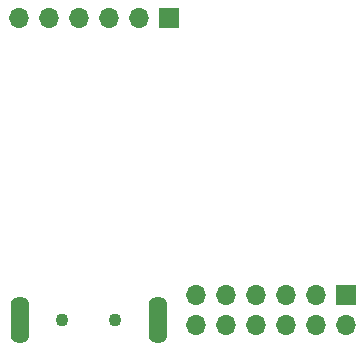
<source format=gbs>
G04 #@! TF.GenerationSoftware,KiCad,Pcbnew,(6.0.4)*
G04 #@! TF.CreationDate,2022-03-24T17:43:08+01:00*
G04 #@! TF.ProjectId,MT32pi-MiSTer,4d543332-7069-42d4-9d69-535465722e6b,rev?*
G04 #@! TF.SameCoordinates,Original*
G04 #@! TF.FileFunction,Soldermask,Bot*
G04 #@! TF.FilePolarity,Negative*
%FSLAX46Y46*%
G04 Gerber Fmt 4.6, Leading zero omitted, Abs format (unit mm)*
G04 Created by KiCad (PCBNEW (6.0.4)) date 2022-03-24 17:43:08*
%MOMM*%
%LPD*%
G01*
G04 APERTURE LIST*
%ADD10C,1.100000*%
%ADD11O,1.600000X4.000000*%
%ADD12R,1.700000X1.700000*%
%ADD13O,1.700000X1.700000*%
G04 APERTURE END LIST*
D10*
X157000000Y-109850000D03*
X152500000Y-109850000D03*
D11*
X160600000Y-109850000D03*
X148900000Y-109850000D03*
D12*
X176530000Y-107696000D03*
D13*
X176530000Y-110236000D03*
X173990000Y-107696000D03*
X173990000Y-110236000D03*
X171450000Y-107696000D03*
X171450000Y-110236000D03*
X168910000Y-107696000D03*
X168910000Y-110236000D03*
X166370000Y-107696000D03*
X166370000Y-110236000D03*
X163830000Y-107696000D03*
X163830000Y-110236000D03*
D12*
X161530000Y-84280000D03*
D13*
X158990000Y-84280000D03*
X156450000Y-84280000D03*
X153910000Y-84280000D03*
X151370000Y-84280000D03*
X148830000Y-84280000D03*
M02*

</source>
